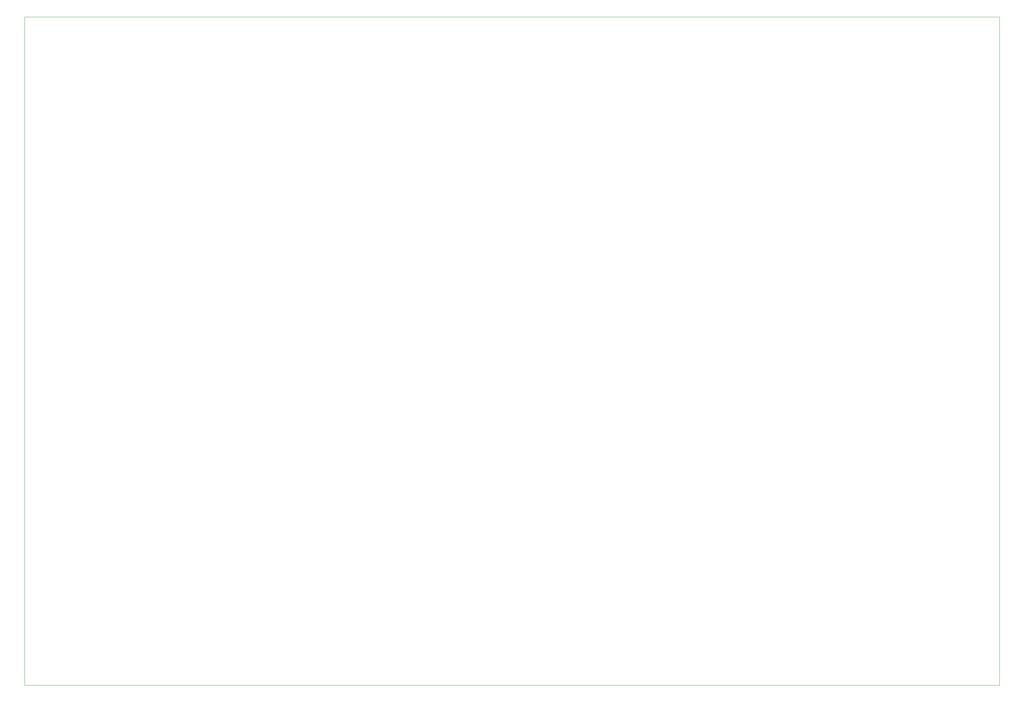
<source format=gm1>
G04 #@! TF.GenerationSoftware,KiCad,Pcbnew,(6.0.7)*
G04 #@! TF.CreationDate,2022-10-27T13:12:58+02:00*
G04 #@! TF.ProjectId,stencil,7374656e-6369-46c2-9e6b-696361645f70,rev?*
G04 #@! TF.SameCoordinates,Original*
G04 #@! TF.FileFunction,Profile,NP*
%FSLAX46Y46*%
G04 Gerber Fmt 4.6, Leading zero omitted, Abs format (unit mm)*
G04 Created by KiCad (PCBNEW (6.0.7)) date 2022-10-27 13:12:58*
%MOMM*%
%LPD*%
G01*
G04 APERTURE LIST*
G04 #@! TA.AperFunction,Profile*
%ADD10C,0.100000*%
G04 #@! TD*
G04 APERTURE END LIST*
D10*
X69850000Y-53340000D02*
X328930000Y-53340000D01*
X328930000Y-53340000D02*
X328930000Y-231140000D01*
X328930000Y-231140000D02*
X69850000Y-231140000D01*
X69850000Y-231140000D02*
X69850000Y-53340000D01*
M02*

</source>
